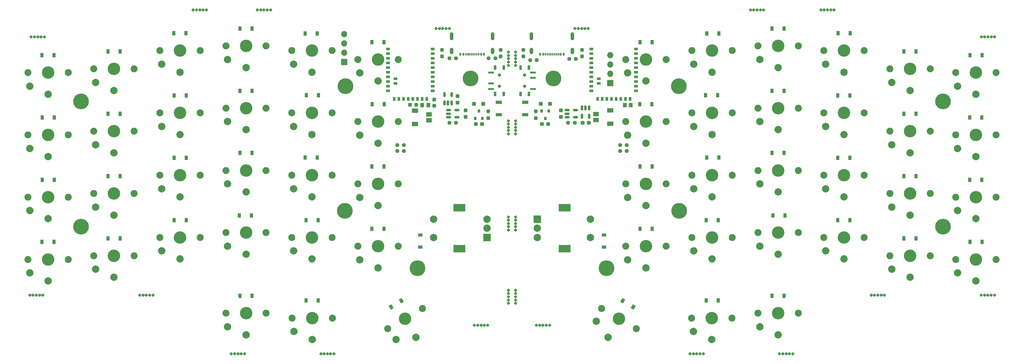
<source format=gbs>
G04 #@! TF.GenerationSoftware,KiCad,Pcbnew,(5.99.0-8557-g8988e46ab1)*
G04 #@! TF.CreationDate,2021-01-24T23:32:50-07:00*
G04 #@! TF.ProjectId,Panel,50616e65-6c2e-46b6-9963-61645f706362,rev?*
G04 #@! TF.SameCoordinates,PX85099e0PY51bada0*
G04 #@! TF.FileFunction,Soldermask,Bot*
G04 #@! TF.FilePolarity,Negative*
%FSLAX46Y46*%
G04 Gerber Fmt 4.6, Leading zero omitted, Abs format (unit mm)*
G04 Created by KiCad (PCBNEW (5.99.0-8557-g8988e46ab1)) date 2021-01-24 23:32:50*
%MOMM*%
%LPD*%
G01*
G04 APERTURE LIST*
G04 Aperture macros list*
%AMRoundRect*
0 Rectangle with rounded corners*
0 $1 Rounding radius*
0 $2 $3 $4 $5 $6 $7 $8 $9 X,Y pos of 4 corners*
0 Add a 4 corners polygon primitive as box body*
4,1,4,$2,$3,$4,$5,$6,$7,$8,$9,$2,$3,0*
0 Add four circle primitives for the rounded corners*
1,1,$1+$1,$2,$3*
1,1,$1+$1,$4,$5*
1,1,$1+$1,$6,$7*
1,1,$1+$1,$8,$9*
0 Add four rect primitives between the rounded corners*
20,1,$1+$1,$2,$3,$4,$5,0*
20,1,$1+$1,$4,$5,$6,$7,0*
20,1,$1+$1,$6,$7,$8,$9,0*
20,1,$1+$1,$8,$9,$2,$3,0*%
%AMRotRect*
0 Rectangle, with rotation*
0 The origin of the aperture is its center*
0 $1 length*
0 $2 width*
0 $3 Rotation angle, in degrees counterclockwise*
0 Add horizontal line*
21,1,$1,$2,0,0,$3*%
G04 Aperture macros list end*
%ADD10C,1.900000*%
%ADD11C,3.400000*%
%ADD12C,2.000000*%
%ADD13C,0.800000*%
%ADD14R,1.700000X1.700000*%
%ADD15O,1.700000X1.700000*%
%ADD16C,4.300000*%
%ADD17R,2.000000X2.000000*%
%ADD18R,3.200000X2.000000*%
%ADD19R,1.050000X1.200000*%
%ADD20R,0.900000X1.200000*%
%ADD21R,1.200000X0.900000*%
%ADD22R,0.540000X0.800000*%
%ADD23R,0.300000X0.800000*%
%ADD24C,1.000000*%
%ADD25R,1.000000X0.650000*%
%ADD26R,0.650000X1.000000*%
%ADD27RoundRect,0.150000X-0.150000X0.512500X-0.150000X-0.512500X0.150000X-0.512500X0.150000X0.512500X0*%
%ADD28C,0.900000*%
%ADD29R,1.524000X0.600000*%
%ADD30R,0.700000X1.200000*%
%ADD31RoundRect,0.237500X0.250000X0.237500X-0.250000X0.237500X-0.250000X-0.237500X0.250000X-0.237500X0*%
%ADD32RoundRect,0.237500X-0.300000X-0.237500X0.300000X-0.237500X0.300000X0.237500X-0.300000X0.237500X0*%
%ADD33RoundRect,0.237500X-0.237500X0.250000X-0.237500X-0.250000X0.237500X-0.250000X0.237500X0.250000X0*%
%ADD34R,1.700000X0.900000*%
%ADD35RoundRect,0.237500X0.237500X-0.250000X0.237500X0.250000X-0.237500X0.250000X-0.237500X-0.250000X0*%
%ADD36RoundRect,0.237500X-0.237500X0.300000X-0.237500X-0.300000X0.237500X-0.300000X0.237500X0.300000X0*%
%ADD37RoundRect,0.237500X-0.250000X-0.237500X0.250000X-0.237500X0.250000X0.237500X-0.250000X0.237500X0*%
%ADD38R,1.000000X1.000000*%
%ADD39R,0.800000X0.900000*%
%ADD40RoundRect,0.237500X0.300000X0.237500X-0.300000X0.237500X-0.300000X-0.237500X0.300000X-0.237500X0*%
%ADD41R,1.550000X1.200000*%
%ADD42R,1.800000X1.200000*%
%ADD43RoundRect,0.150000X0.150000X-0.512500X0.150000X0.512500X-0.150000X0.512500X-0.150000X-0.512500X0*%
%ADD44RotRect,0.900000X1.200000X30.000000*%
%ADD45RotRect,0.900000X1.200000X330.000000*%
%ADD46RoundRect,0.237500X0.237500X-0.300000X0.237500X0.300000X-0.237500X0.300000X-0.237500X-0.300000X0*%
%ADD47RoundRect,0.150000X-0.512500X-0.150000X0.512500X-0.150000X0.512500X0.150000X-0.512500X0.150000X0*%
G04 APERTURE END LIST*
D10*
X-85232246Y-6752764D03*
D11*
X-79732246Y-6752764D03*
D10*
X-74232246Y-6752764D03*
D12*
X-84732246Y-10452764D03*
X-79732246Y-12652764D03*
D10*
X-110232246Y-13052764D03*
D11*
X-115732246Y-13052764D03*
D10*
X-121232246Y-13052764D03*
D12*
X-120732246Y-16752764D03*
X-115732246Y-18952764D03*
D13*
X-75732242Y37047236D03*
X-74832242Y37047236D03*
X-73932242Y37047236D03*
X-73032242Y37047236D03*
X-76632242Y37047236D03*
D14*
X-52932246Y22847236D03*
D15*
X-52932246Y25387236D03*
X-52932246Y27927236D03*
X-52932246Y30467236D03*
D13*
X-8117770Y-39452764D03*
X-6217770Y-40352764D03*
X-6217770Y-43052764D03*
X-6217770Y-39452764D03*
X-6217770Y-41252764D03*
X-8117770Y-40352764D03*
X-8117770Y-43052764D03*
X-8117770Y-41252764D03*
X-8117770Y-42152764D03*
X-6217770Y-42152764D03*
D10*
X-56132246Y-47052764D03*
X-67132246Y-47052764D03*
D11*
X-61632246Y-47052764D03*
D12*
X-66632246Y-50752764D03*
X-61632246Y-52952764D03*
D10*
X-49232246Y-10452764D03*
X-38232246Y-10452764D03*
D11*
X-43732246Y-10452764D03*
D12*
X-48732246Y-14152764D03*
X-43732246Y-16352764D03*
D13*
X78892678Y37028565D03*
X77992678Y37028565D03*
X79792678Y37028565D03*
X80692678Y37028565D03*
X77092678Y37028565D03*
D10*
X41796706Y-47052764D03*
D11*
X47296706Y-47052764D03*
D10*
X52796706Y-47052764D03*
D12*
X42296706Y-50752764D03*
X47296706Y-52952764D03*
D10*
X-103232246Y-25052764D03*
D11*
X-97732246Y-25052764D03*
D10*
X-92232246Y-25052764D03*
D12*
X-102732246Y-28752764D03*
X-97732246Y-30952764D03*
D11*
X47396706Y25947236D03*
D10*
X52896706Y25947236D03*
X41896706Y25947236D03*
D12*
X42396706Y22247236D03*
X47396706Y20047236D03*
D16*
X38396706Y-17777764D03*
D10*
X113896706Y-14052764D03*
D11*
X119396706Y-14052764D03*
D10*
X124896706Y-14052764D03*
D12*
X114396706Y-17752764D03*
X119396706Y-19952764D03*
D11*
X-97732246Y-8052764D03*
D10*
X-103232246Y-8052764D03*
X-92232246Y-8052764D03*
D12*
X-102732246Y-11752764D03*
X-97732246Y-13952764D03*
D10*
X-110232246Y20947236D03*
D11*
X-115732246Y20947236D03*
D10*
X-121232246Y20947236D03*
D12*
X-120732246Y17247236D03*
X-115732246Y15047236D03*
D10*
X34896706Y6547236D03*
D11*
X29396706Y6547236D03*
D10*
X23896706Y6547236D03*
D12*
X24396706Y2847236D03*
X29396706Y647236D03*
D10*
X-128232246Y2947236D03*
X-139232246Y2947236D03*
D11*
X-133732246Y2947236D03*
D12*
X-138732246Y-752764D03*
X-133732246Y-2952764D03*
D10*
X77896706Y-8052764D03*
D11*
X83396706Y-8052764D03*
D10*
X88896706Y-8052764D03*
D12*
X78396706Y-11752764D03*
X83396706Y-13952764D03*
D13*
X-107835048Y-40852764D03*
X-106035048Y-40852764D03*
X-108735048Y-40852764D03*
X-105135048Y-40852764D03*
X-106935048Y-40852764D03*
D11*
X-61732246Y25947236D03*
D10*
X-56232246Y25947236D03*
X-67232246Y25947236D03*
D12*
X-66732246Y22247236D03*
X-61732246Y20047236D03*
D16*
X18621706Y-33452764D03*
D11*
X-79732246Y-45752764D03*
D10*
X-74232246Y-45752764D03*
X-85232246Y-45752764D03*
D12*
X-84732246Y-49452764D03*
X-79732246Y-51652764D03*
D13*
X12707230Y31947236D03*
X10907230Y31947236D03*
X11807230Y31947236D03*
X10007230Y31947236D03*
X13607230Y31947236D03*
D10*
X-139232246Y19947236D03*
D11*
X-133732246Y19947236D03*
D10*
X-128232246Y19947236D03*
D12*
X-138732246Y16247236D03*
X-133732246Y14047236D03*
D16*
X110396706Y-22077764D03*
D13*
X-15621030Y-49030005D03*
X-17421030Y-49030005D03*
X-14721030Y-49030005D03*
X-13821030Y-49030005D03*
X-16521030Y-49030005D03*
D11*
X29396706Y-10452764D03*
D10*
X34896706Y-10452764D03*
X23896706Y-10452764D03*
D12*
X24396706Y-14152764D03*
X29396706Y-16352764D03*
D10*
X-41095386Y-50002764D03*
D11*
X-36332246Y-47252764D03*
D10*
X-31569106Y-44502764D03*
D12*
X-38812373Y-52957058D03*
X-33382246Y-52362314D03*
D13*
X-93232242Y37047236D03*
X-94132242Y37047236D03*
X-92332242Y37047236D03*
X-90532242Y37047236D03*
X-91432242Y37047236D03*
D10*
X23896706Y23547236D03*
D11*
X29396706Y23547236D03*
D10*
X34896706Y23547236D03*
D12*
X24396706Y19847236D03*
X29396706Y17647236D03*
D11*
X-61732246Y-25052764D03*
D10*
X-56232246Y-25052764D03*
X-67232246Y-25052764D03*
D12*
X-66732246Y-28752764D03*
X-61732246Y-30952764D03*
D10*
X70896706Y-23752764D03*
X59896706Y-23752764D03*
D11*
X65396706Y-23752764D03*
D12*
X60396706Y-27452764D03*
X65396706Y-29652764D03*
D10*
X88896706Y-25052764D03*
D11*
X83396706Y-25052764D03*
D10*
X77896706Y-25052764D03*
D12*
X78396706Y-28752764D03*
X83396706Y-30952764D03*
D11*
X-43732246Y6547236D03*
D10*
X-38232246Y6547236D03*
X-49232246Y6547236D03*
D12*
X-48732246Y2847236D03*
X-43732246Y647236D03*
D10*
X-49232246Y-27452764D03*
D11*
X-43732246Y-27452764D03*
D10*
X-38232246Y-27452764D03*
D12*
X-48732246Y-31152764D03*
X-43732246Y-33352764D03*
D13*
X59658864Y37028565D03*
X58758864Y37028565D03*
X61458864Y37028565D03*
X57858864Y37028565D03*
X60558864Y37028565D03*
D17*
X-14032246Y-25052764D03*
D12*
X-14032246Y-20052764D03*
X-14032246Y-22552764D03*
D18*
X-21532246Y-28152764D03*
X-21532246Y-16952764D03*
D12*
X-28532246Y-20052764D03*
X-28532246Y-25052764D03*
D11*
X47396706Y-25052764D03*
D10*
X52896706Y-25052764D03*
X41896706Y-25052764D03*
D12*
X42396706Y-28752764D03*
X47396706Y-30952764D03*
D10*
X-74232246Y-23752764D03*
D11*
X-79732246Y-23752764D03*
D10*
X-85232246Y-23752764D03*
D12*
X-84732246Y-27452764D03*
X-79732246Y-29652764D03*
D11*
X101396706Y3947236D03*
D10*
X95896706Y3947236D03*
X106896706Y3947236D03*
D12*
X96396706Y247236D03*
X101396706Y-1952764D03*
D11*
X-97732246Y25947236D03*
D10*
X-103232246Y25947236D03*
X-92232246Y25947236D03*
D12*
X-102732246Y22247236D03*
X-97732246Y20047236D03*
D16*
X38296706Y16222236D03*
D10*
X59896706Y10247236D03*
D11*
X65396706Y10247236D03*
D10*
X70896706Y10247236D03*
D12*
X60396706Y6547236D03*
X65396706Y4347236D03*
D13*
X124457703Y29713221D03*
X122657703Y29713221D03*
X121757703Y29713221D03*
X123557703Y29713221D03*
X120857703Y29713221D03*
D10*
X41896706Y-8052764D03*
D11*
X47396706Y-8052764D03*
D10*
X52896706Y-8052764D03*
D12*
X42396706Y-11752764D03*
X47396706Y-13952764D03*
D11*
X101396706Y-13052764D03*
D10*
X95896706Y-13052764D03*
X106896706Y-13052764D03*
D12*
X96396706Y-16752764D03*
X101396706Y-18952764D03*
D13*
X-6217770Y3197236D03*
X-8117770Y4097236D03*
X-6217770Y6797236D03*
X-8117770Y3197236D03*
X-8117770Y5897236D03*
X-6217770Y4097236D03*
X-8117770Y6797236D03*
X-8117770Y4997236D03*
X-6217770Y5897236D03*
X-6217770Y4997236D03*
D10*
X34896706Y-27452764D03*
D11*
X29396706Y-27452764D03*
D10*
X23896706Y-27452764D03*
D12*
X24396706Y-31152764D03*
X29396706Y-33352764D03*
D13*
X-8117770Y23747236D03*
X-6217770Y22847236D03*
X-8117770Y22847236D03*
X-8117770Y21947236D03*
X-6217770Y25547236D03*
X-6217770Y23747236D03*
X-8117770Y25547236D03*
X-6217770Y24647236D03*
X-8117770Y24647236D03*
X-6217770Y21947236D03*
D10*
X-139232246Y-14052764D03*
D11*
X-133732246Y-14052764D03*
D10*
X-128232246Y-14052764D03*
D12*
X-138732246Y-17752764D03*
X-133732246Y-19952764D03*
D10*
X113896706Y2947236D03*
X124896706Y2947236D03*
D11*
X119396706Y2947236D03*
D12*
X114396706Y-752764D03*
X119396706Y-2952764D03*
D11*
X-61732246Y-8052764D03*
D10*
X-67232246Y-8052764D03*
X-56232246Y-8052764D03*
D12*
X-66732246Y-11752764D03*
X-61732246Y-13952764D03*
D13*
X-8117770Y-22152764D03*
X-8117770Y-21252764D03*
X-6217770Y-20352764D03*
X-6217770Y-22152764D03*
X-8117770Y-23052764D03*
X-6217770Y-19452764D03*
X-8117770Y-19452764D03*
X-8117770Y-20352764D03*
X-6217770Y-21252764D03*
X-6217770Y-23052764D03*
D16*
X4121706Y18347236D03*
D13*
X-27867770Y31947236D03*
X-26967770Y31947236D03*
X-25167770Y31947236D03*
X-24267770Y31947236D03*
X-26067770Y31947236D03*
X-138735048Y-40852764D03*
X-136035048Y-40852764D03*
X-136935048Y-40852764D03*
X-137835048Y-40852764D03*
X-135135048Y-40852764D03*
X-134743243Y29713221D03*
X-135643243Y29713221D03*
X-136543243Y29713221D03*
X-138343243Y29713221D03*
X-137443243Y29713221D03*
D11*
X65396706Y-6752764D03*
D10*
X70896706Y-6752764D03*
X59896706Y-6752764D03*
D12*
X60396706Y-10452764D03*
X65396706Y-12652764D03*
D11*
X47396706Y8947236D03*
D10*
X52896706Y8947236D03*
X41896706Y8947236D03*
D12*
X42396706Y5247236D03*
X47396706Y3047236D03*
D10*
X77896706Y25947236D03*
X88896706Y25947236D03*
D11*
X83396706Y25947236D03*
D12*
X78396706Y22247236D03*
X83396706Y20047236D03*
D13*
X-82835048Y-56852763D03*
X-81935048Y-56852763D03*
X-83735048Y-56852763D03*
X-81035048Y-56852763D03*
X-80135048Y-56852763D03*
D10*
X95896706Y-30052764D03*
D11*
X101396706Y-30052764D03*
D10*
X106896706Y-30052764D03*
D12*
X96396706Y-33752764D03*
X101396706Y-35952764D03*
D16*
X110396706Y12122236D03*
D13*
X-58424221Y-56852763D03*
X-56624221Y-56852763D03*
X-55724221Y-56852763D03*
X-57524221Y-56852763D03*
X-59324221Y-56852763D03*
D10*
X-56232246Y8947236D03*
X-67232246Y8947236D03*
D11*
X-61732246Y8947236D03*
D12*
X-66732246Y5247236D03*
X-61732246Y3047236D03*
D10*
X124896706Y-31052764D03*
D11*
X119396706Y-31052764D03*
D10*
X113896706Y-31052764D03*
D12*
X114396706Y-34752764D03*
X119396706Y-36952764D03*
D11*
X-115732246Y3947236D03*
D10*
X-110232246Y3947236D03*
X-121232246Y3947236D03*
D12*
X-120732246Y247236D03*
X-115732246Y-1952764D03*
D10*
X106896706Y20947236D03*
D11*
X101396706Y20947236D03*
D10*
X95896706Y20947236D03*
D12*
X96396706Y17247236D03*
X101396706Y15047236D03*
D10*
X-49232246Y23547236D03*
D11*
X-43732246Y23547236D03*
D10*
X-38232246Y23547236D03*
D12*
X-48732246Y19847236D03*
X-43732246Y17647236D03*
D10*
X-139232246Y-31052764D03*
D11*
X-133732246Y-31052764D03*
D10*
X-128232246Y-31052764D03*
D12*
X-138732246Y-34752764D03*
X-133732246Y-36952764D03*
D10*
X59896706Y27247236D03*
X70896706Y27247236D03*
D11*
X65396706Y27247236D03*
D12*
X60396706Y23547236D03*
X65396706Y21347236D03*
D10*
X113896706Y19947236D03*
X124896706Y19947236D03*
D11*
X119396706Y19947236D03*
D12*
X114396706Y16247236D03*
X119396706Y14047236D03*
D10*
X-103232246Y8947236D03*
X-92232246Y8947236D03*
D11*
X-97732246Y8947236D03*
D12*
X-102732246Y5247236D03*
X-97732246Y3047236D03*
D10*
X77896706Y8947236D03*
X88896706Y8947236D03*
D11*
X83396706Y8947236D03*
D12*
X78396706Y5247236D03*
X83396706Y3047236D03*
D10*
X-74232246Y10247236D03*
D11*
X-79732246Y10247236D03*
D10*
X-85232246Y10247236D03*
D12*
X-84732246Y6547236D03*
X-79732246Y4347236D03*
D17*
X-303294Y-20052764D03*
D12*
X-303294Y-25052764D03*
X-303294Y-22552764D03*
D18*
X7196706Y-28152764D03*
X7196706Y-16952764D03*
D12*
X14196706Y-25052764D03*
X14196706Y-20052764D03*
D10*
X-74232246Y27247236D03*
D11*
X-79732246Y27247236D03*
D10*
X-85232246Y27247236D03*
D12*
X-84732246Y23547236D03*
X-79732246Y21347236D03*
D10*
X-110232246Y-30052764D03*
X-121232246Y-30052764D03*
D11*
X-115732246Y-30052764D03*
D12*
X-120732246Y-33752764D03*
X-115732246Y-35952764D03*
D10*
X17233566Y-44502764D03*
D11*
X21996706Y-47252764D03*
D10*
X26759846Y-50002764D03*
D12*
X15816579Y-47957058D03*
X19046706Y-52362314D03*
D11*
X65396706Y-45752764D03*
D10*
X59896706Y-45752764D03*
X70896706Y-45752764D03*
D12*
X60396706Y-49452764D03*
X65396706Y-51652764D03*
D19*
X23582661Y11084736D03*
X25232661Y11084736D03*
D20*
X-99332246Y13697236D03*
X-96032246Y13697236D03*
X63746706Y-2002764D03*
X67046706Y-2002764D03*
X-135332246Y7697236D03*
X-132032246Y7697236D03*
D13*
X1285490Y-49021387D03*
X3085490Y-49021387D03*
X385490Y-49021387D03*
X-514510Y-49021387D03*
X2185490Y-49021387D03*
D21*
X-32232246Y-27702763D03*
X-32232246Y-24402763D03*
D13*
X93499508Y-40844146D03*
X91699508Y-40844146D03*
X94399508Y-40844146D03*
X90799508Y-40844146D03*
X92599508Y-40844146D03*
D22*
X-14832246Y24972236D03*
X-21232246Y24972236D03*
X-20432246Y24972236D03*
X-15632246Y24972236D03*
D23*
X-19282246Y24972236D03*
X-18282246Y24972236D03*
X-17782246Y24972236D03*
X-16782246Y24972236D03*
X-16282246Y24972236D03*
X-17282246Y24972236D03*
X-18782246Y24972236D03*
X-19790246Y24972236D03*
D24*
X-12457246Y26253236D03*
X-23607846Y25990536D03*
X-23607546Y29902136D03*
X-23607846Y26253236D03*
X-12456946Y29571936D03*
X-12457246Y25990536D03*
X-12457246Y25491236D03*
X-23607546Y29559236D03*
X-12456946Y30219636D03*
X-23607246Y30486336D03*
X-12456946Y29279836D03*
X-23607546Y25736536D03*
X-12456946Y29914836D03*
X-12456946Y25736536D03*
X-23607546Y30206936D03*
X-23607846Y25491236D03*
X-23607546Y29267136D03*
X-12456646Y30499036D03*
D20*
X45946706Y-3252764D03*
X49246706Y-3252764D03*
D16*
X-18457246Y18347236D03*
D20*
X-81382246Y31997236D03*
X-78082246Y31997236D03*
D25*
X-28774201Y26377236D03*
X-28774201Y25107236D03*
X-28774201Y23837236D03*
X-28774201Y22567236D03*
X-28774201Y21297236D03*
X-28774201Y20027236D03*
X-28774201Y18757236D03*
X-28774201Y17487236D03*
X-28774201Y16217236D03*
X-28774201Y14947236D03*
D26*
X-30423201Y12728236D03*
X-31693201Y12728236D03*
X-32963201Y12728236D03*
X-34233201Y12728236D03*
X-35503201Y12728236D03*
X-36773201Y12728236D03*
X-38043201Y12728236D03*
X-39313201Y12728236D03*
D25*
X-41012201Y14947236D03*
X-41012201Y16217236D03*
X-38934201Y16979236D03*
X-41012201Y17487236D03*
X-38934201Y18249236D03*
X-41012201Y18757236D03*
X-41012201Y20027236D03*
X-41012201Y21297236D03*
X-41012201Y22567236D03*
X-41012201Y23837236D03*
X-41012201Y25107236D03*
X-41012201Y26377236D03*
D20*
X-81382246Y-2002764D03*
X-78082246Y-2002764D03*
X63746706Y14997236D03*
X67046706Y14997236D03*
X-99332246Y-3302764D03*
X-96032246Y-3302764D03*
D27*
X11921706Y10284736D03*
X12871706Y10284736D03*
X13821706Y10284736D03*
X13821706Y8009736D03*
X11921706Y8009736D03*
D20*
X-117332246Y-25302764D03*
X-114032246Y-25302764D03*
D28*
X-3728294Y19247236D03*
X-3728294Y16247236D03*
D29*
X-1478294Y15497236D03*
X-1478294Y18497236D03*
X-1478294Y19997236D03*
D30*
X-2578294Y14147236D03*
X-4878294Y14147236D03*
X-4878294Y21347236D03*
X-2578294Y21347236D03*
D20*
X-117382246Y-8302764D03*
X-114082246Y-8302764D03*
X-81382246Y-40952764D03*
X-78082246Y-40952764D03*
X45946706Y30647236D03*
X49246706Y30647236D03*
D31*
X-428294Y23347236D03*
X-2253294Y23347236D03*
D20*
X99696706Y-25302764D03*
X102996706Y-25302764D03*
X-63582246Y30647236D03*
X-60282246Y30647236D03*
X81696706Y-20302764D03*
X84996706Y-20302764D03*
X-99332246Y-20302764D03*
X-96032246Y-20302764D03*
X-117382246Y8697236D03*
X-114082246Y8697236D03*
X-63582246Y-3252764D03*
X-60282246Y-3252764D03*
D32*
X-17057246Y5947236D03*
X-15332246Y5947236D03*
D16*
X-124732246Y12122236D03*
D33*
X-4103294Y26159736D03*
X-4103294Y24334736D03*
D34*
X-10757246Y11847236D03*
X-10757246Y8447236D03*
X-3578294Y8447236D03*
X-3578294Y11847236D03*
D35*
X-13657246Y7534736D03*
X-13657246Y9359736D03*
D20*
X45646706Y13747236D03*
X48946706Y13747236D03*
D13*
X68499508Y-56844145D03*
X67599508Y-56844145D03*
X69399508Y-56844145D03*
X66699508Y-56844145D03*
X65799508Y-56844145D03*
D36*
X-22032246Y13509736D03*
X-22032246Y11784736D03*
D37*
X-13544746Y23847236D03*
X-11719746Y23847236D03*
D28*
X-10607246Y16247236D03*
X-10607246Y19247236D03*
D29*
X-12857246Y19997236D03*
X-12857246Y16997236D03*
X-12857246Y15497236D03*
D30*
X-9457246Y14147236D03*
X-9457246Y21347236D03*
X-11757246Y14147236D03*
X-11757246Y21347236D03*
D16*
X-52632246Y16222236D03*
D20*
X45746706Y-42252764D03*
X49046706Y-42252764D03*
D13*
X124399508Y-40844146D03*
X121699508Y-40844146D03*
X122599508Y-40844146D03*
X123499508Y-40844146D03*
X120799508Y-40844146D03*
D20*
X63746706Y-40952764D03*
X67046706Y-40952764D03*
X-45382246Y28297236D03*
X-42082246Y28297236D03*
X99746706Y-8302764D03*
X103046706Y-8302764D03*
D25*
X26676661Y26377236D03*
X26676661Y25107236D03*
X26676661Y23837236D03*
X26676661Y22567236D03*
X26676661Y21297236D03*
X26676661Y20027236D03*
X26676661Y18757236D03*
X26676661Y17487236D03*
X26676661Y16217236D03*
X26676661Y14947236D03*
D26*
X25027661Y12728236D03*
X23757661Y12728236D03*
X22487661Y12728236D03*
X21217661Y12728236D03*
X19947661Y12728236D03*
X18677661Y12728236D03*
X17407661Y12728236D03*
X16137661Y12728236D03*
D25*
X14438661Y14947236D03*
X14438661Y16217236D03*
X16516661Y16979236D03*
X14438661Y17487236D03*
X16516661Y18249236D03*
X14438661Y18757236D03*
X14438661Y20027236D03*
X14438661Y21297236D03*
X14438661Y22567236D03*
X14438661Y23837236D03*
X14438661Y25107236D03*
X14438661Y26377236D03*
D20*
X99746706Y25697236D03*
X103046706Y25697236D03*
D38*
X3171706Y11447236D03*
X671706Y11447236D03*
X-17507246Y11447236D03*
X-15007246Y11447236D03*
D20*
X63746706Y31997236D03*
X67046706Y31997236D03*
D39*
X-15282246Y7447236D03*
X-17182246Y7447236D03*
X-16232246Y9447236D03*
D20*
X-81382246Y14997236D03*
X-78082246Y14997236D03*
D37*
X-38469746Y147236D03*
X-36644746Y147236D03*
D20*
X-135332246Y-9302764D03*
X-132032246Y-9302764D03*
X-99382246Y30697236D03*
X-96082246Y30697236D03*
D16*
X-124732246Y-22077764D03*
D36*
X6121706Y9609736D03*
X6121706Y7884736D03*
D20*
X-135382246Y-26302764D03*
X-132082246Y-26302764D03*
D33*
X-10232246Y26159736D03*
X-10232246Y24334736D03*
D20*
X-63382246Y-42252764D03*
X-60082246Y-42252764D03*
X81696706Y13697236D03*
X84996706Y13697236D03*
X117746706Y24697236D03*
X121046706Y24697236D03*
X-81582246Y-19052764D03*
X-78282246Y-19052764D03*
D40*
X2721706Y5947236D03*
X996706Y5947236D03*
D37*
X22309206Y147236D03*
X24134206Y147236D03*
X8409206Y23697236D03*
X10234206Y23697236D03*
D20*
X-117382246Y25697236D03*
X-114082246Y25697236D03*
X81746706Y30697236D03*
X85046706Y30697236D03*
D41*
X15721706Y8597236D03*
X15721706Y6997236D03*
D42*
X19596706Y9597236D03*
X19596706Y5997236D03*
D31*
X-36644746Y-1452764D03*
X-38469746Y-1452764D03*
D14*
X19621706Y17047236D03*
D15*
X19621706Y19587236D03*
X19621706Y22127236D03*
X19621706Y24667236D03*
D16*
X-52732246Y-17777764D03*
D20*
X117746706Y-26302764D03*
X121046706Y-26302764D03*
X-135382246Y24697236D03*
X-132082246Y24697236D03*
D31*
X-22444746Y6247236D03*
X-24269746Y6247236D03*
D39*
X946706Y9447236D03*
X2846706Y9447236D03*
X1896706Y7447236D03*
D20*
X45746706Y-20352764D03*
X49046706Y-20352764D03*
X-63382246Y-20352764D03*
X-60082246Y-20352764D03*
X27696706Y11297236D03*
X30996706Y11297236D03*
X-45382246Y-5702764D03*
X-42082246Y-5702764D03*
D43*
X-23682246Y11647236D03*
X-24632246Y11647236D03*
X-25582246Y11647236D03*
X-25582246Y13922236D03*
X-23682246Y13922236D03*
D20*
X117696706Y-9302764D03*
X120996706Y-9302764D03*
D41*
X-29782246Y6947236D03*
X-29782246Y8547236D03*
D42*
X-33657246Y5947236D03*
X-33657246Y9547236D03*
D20*
X-45332246Y11297236D03*
X-42032246Y11297236D03*
X63946706Y-19052764D03*
X67246706Y-19052764D03*
D33*
X11921706Y26159736D03*
X11921706Y24334736D03*
X-678294Y9359736D03*
X-678294Y7534736D03*
D20*
X27746706Y-22702764D03*
X31046706Y-22702764D03*
D31*
X24134206Y-1452764D03*
X22309206Y-1452764D03*
D20*
X117696706Y7697236D03*
X120996706Y7697236D03*
D44*
X-40188945Y-44027764D03*
X-37331061Y-42377764D03*
D31*
X-22432246Y23847236D03*
X-24257246Y23847236D03*
D45*
X22995521Y-42377764D03*
X25853405Y-44027764D03*
D16*
X-32957246Y-33452764D03*
D46*
X-19832246Y7884736D03*
X-19832246Y9609736D03*
D32*
X-34994746Y11147236D03*
X-33269746Y11147236D03*
D20*
X99746706Y8697236D03*
X103046706Y8697236D03*
D19*
X-31657246Y11047236D03*
X-30007246Y11047236D03*
D47*
X-24494746Y7797236D03*
X-24494746Y8747236D03*
X-24494746Y9697236D03*
X-22219746Y9697236D03*
X-22219746Y7797236D03*
X7884206Y7797236D03*
X7884206Y8747236D03*
X7884206Y9697236D03*
X10159206Y9697236D03*
X10159206Y7797236D03*
D32*
X12059206Y6247236D03*
X13784206Y6247236D03*
D20*
X81696706Y-3302764D03*
X84996706Y-3302764D03*
D13*
X44088681Y-56844145D03*
X42288681Y-56844145D03*
X41388681Y-56844145D03*
X43188681Y-56844145D03*
X44988681Y-56844145D03*
D21*
X17896706Y-27702763D03*
X17896706Y-24402763D03*
D31*
X9934206Y6247236D03*
X8109206Y6247236D03*
D33*
X-26257246Y26159736D03*
X-26257246Y24334736D03*
D22*
X6896706Y24972236D03*
X496706Y24972236D03*
X6096706Y24972236D03*
X1296706Y24972236D03*
D23*
X2446706Y24972236D03*
X3446706Y24972236D03*
X3946706Y24972236D03*
X4946706Y24972236D03*
X5446706Y24972236D03*
X4446706Y24972236D03*
X2946706Y24972236D03*
X1938706Y24972236D03*
D24*
X-1878594Y29902136D03*
X-1878894Y26253236D03*
X9272006Y30219636D03*
X9272006Y25736536D03*
X9272006Y29914836D03*
X-1878894Y25491236D03*
X9271706Y25990536D03*
X-1878594Y29267136D03*
X9272006Y29279836D03*
X-1878594Y25736536D03*
X9272006Y29571936D03*
X-1878294Y30486336D03*
X9271706Y26253236D03*
X-1878594Y29559236D03*
X-1878594Y30206936D03*
X-1878894Y25990536D03*
X9272306Y30499036D03*
X9271706Y25491236D03*
D36*
X-28394746Y12609736D03*
X-28394746Y10884736D03*
D20*
X-45382246Y-22702764D03*
X-42082246Y-22702764D03*
X27746706Y-5702764D03*
X31046706Y-5702764D03*
X27746706Y28297236D03*
X31046706Y28297236D03*
X-63282246Y13747236D03*
X-59982246Y13747236D03*
M02*

</source>
